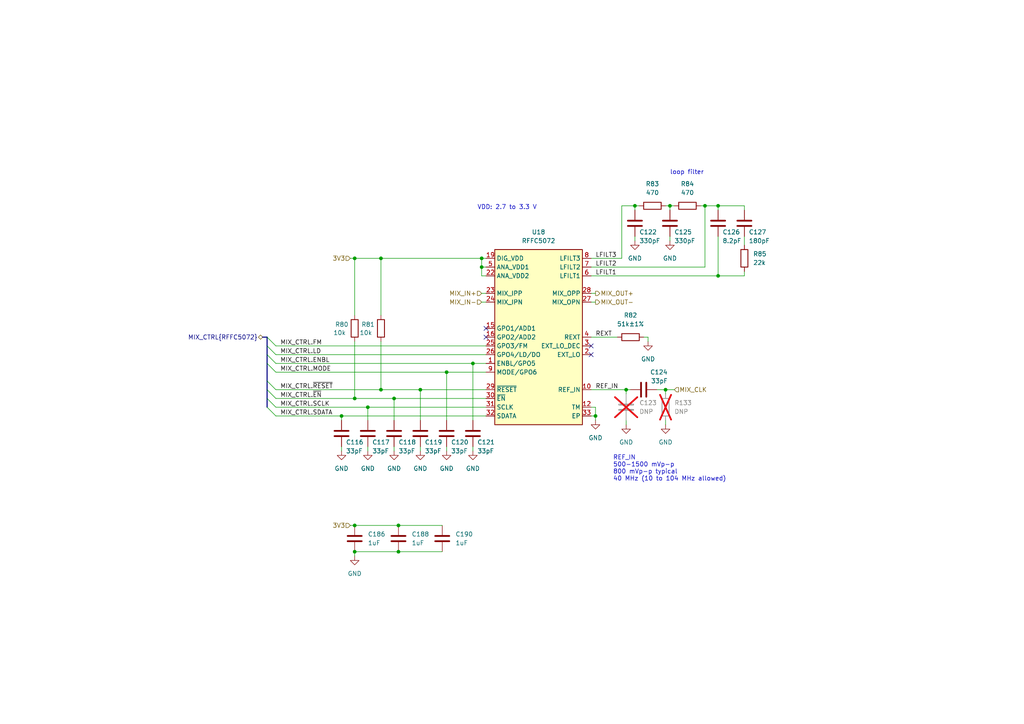
<source format=kicad_sch>
(kicad_sch (version 20230121) (generator eeschema)
  (paper "A4")
  (title_block (title "${TITLE}") (date "${DATE}") (rev "${VERSION}") (company "${COPYRIGHT}") (comment 1 "${LICENSE}"))
  (lib_symbols
    (symbol "Device:C" (pin_numbers hide) (pin_names (offset 0.254))
      (property "Reference" "C" (at 0.635 2.54 0))
      (property "Value" "C" (at 0.635 -2.54 0))
      (symbol "C_0_1"
        (polyline (pts (xy -2.032 -0.762) (xy 2.032 -0.762)) (stroke (width 0.508)))
        (polyline (pts (xy -2.032 0.762) (xy 2.032 0.762)) (stroke (width 0.508)))
      )
      (symbol "C_1_1"
        (pin passive line (at 0 3.81 270) (length 2.794) (name "~") (number "1"))
        (pin passive line (at 0 -3.81 90) (length 2.794) (name "~") (number "2"))
      )
    )
    (symbol "Device:R" (pin_numbers hide) (pin_names (offset 0))
      (property "Reference" "R" (at 2.032 0 90))
      (property "Value" "R" (at 0 0 90))
      (symbol "R_0_1"
        (rectangle (start -1.016 -2.54) (end 1.016 2.54) (stroke (width 0.254)))
      )
      (symbol "R_1_1"
        (pin passive line (at 0 3.81 270) (length 1.27) (name "~") (number "1"))
        (pin passive line (at 0 -3.81 90) (length 1.27) (name "~") (number "2"))
      )
    )
    (symbol "power:GND" (power) (pin_names (offset 0))
      (property "Value" "GND" (at 0 -3.81 0))
      (symbol "GND_0_1"
        (polyline (pts (xy 0 0) (xy 0 -1.27) (xy 1.27 -1.27) (xy 0 -2.54) (xy -1.27 -1.27) (xy 0 -1.27)))
      )
      (symbol "GND_1_1"
        (pin power_in line (at 0 0 270) (length 0) hide (name "GND") (number "1"))
      )
    )
    (symbol "radio:RFFC5072"
      (property "Reference" "U" (at 0 29.21 0))
      (property "Value" "RFFC5072" (at 0 26.67 0))
      (symbol "RFFC5072_0_0"
        (pin bidirectional line (at -15.24 -7.62 0) (length 2.54) (name "ENBL/GPO5") (number "1"))
        (pin input line (at 15.24 -15.24 180) (length 2.54) (name "REF_IN") (number "10"))
        (pin input line (at 15.24 -20.32 180) (length 2.54) (name "TM") (number "12"))
        (pin bidirectional line (at -15.24 2.54 0) (length 2.54) (name "GPO1/ADD1") (number "15"))
        (pin bidirectional line (at -15.24 0 0) (length 2.54) (name "GPO2/ADD2") (number "16"))
        (pin power_in line (at -15.24 22.86 0) (length 2.54) (name "DIG_VDD") (number "19"))
        (pin input line (at 15.24 -5.08 180) (length 2.54) (name "EXT_LO") (number "2"))
        (pin power_in line (at -15.24 17.78 0) (length 2.54) (name "ANA_VDD2") (number "22"))
        (pin input line (at -15.24 12.7 0) (length 2.54) (name "MIX_IPP") (number "23"))
        (pin input line (at -15.24 10.16 0) (length 2.54) (name "MIX_IPN") (number "24"))
        (pin bidirectional line (at -15.24 -2.54 0) (length 2.54) (name "GPO3/FM") (number "25"))
        (pin power_out line (at -15.24 -5.08 0) (length 2.54) (name "GPO4/LD/DO") (number "26"))
        (pin output line (at 15.24 10.16 180) (length 2.54) (name "MIX_OPN") (number "27"))
        (pin output line (at 15.24 12.7 180) (length 2.54) (name "MIX_OPP") (number "28"))
        (pin passive line (at 15.24 -2.54 180) (length 2.54) (name "EXT_LO_DEC") (number "3"))
        (pin input line (at -15.24 -20.32 0) (length 2.54) (name "SCLK") (number "31"))
        (pin input line (at -15.24 -22.86 0) (length 2.54) (name "SDATA") (number "32"))
        (pin power_in line (at 15.24 -22.86 180) (length 2.54) (name "EP") (number "33"))
        (pin passive line (at 15.24 0 180) (length 2.54) (name "REXT") (number "4"))
        (pin power_in line (at -15.24 20.32 0) (length 2.54) (name "ANA_VDD1") (number "5"))
        (pin output line (at 15.24 17.78 180) (length 2.54) (name "LFILT1") (number "6"))
        (pin output line (at 15.24 20.32 180) (length 2.54) (name "LFILT2") (number "7"))
        (pin input line (at 15.24 22.86 180) (length 2.54) (name "LFILT3") (number "8"))
      )
      (symbol "RFFC5072_1_0"
        (pin no_connect line (at 12.7 -12.7 180) (length 2.54) hide (name "NC") (number "11"))
        (pin no_connect line (at -12.7 7.62 0) (length 2.54) hide (name "NC") (number "13"))
        (pin no_connect line (at -12.7 5.08 0) (length 2.54) hide (name "NC") (number "14"))
        (pin no_connect line (at 12.7 5.08 180) (length 2.54) hide (name "NC") (number "17"))
        (pin no_connect line (at 12.7 7.62 180) (length 2.54) hide (name "NC") (number "18"))
        (pin no_connect line (at 12.7 -10.16 180) (length 2.54) hide (name "NC") (number "20"))
        (pin no_connect line (at 12.7 -7.62 180) (length 2.54) hide (name "NC") (number "21"))
        (pin input line (at -15.24 -15.24 0) (length 2.54) (name "~{RESET}") (number "29"))
        (pin input line (at -15.24 -17.78 0) (length 2.54) (name "~{EN}") (number "30"))
        (pin bidirectional line (at -15.24 -10.16 0) (length 2.54) (name "MODE/GPO6") (number "9"))
      )
      (symbol "RFFC5072_1_1"
        (rectangle (start -12.7 25.4) (end 12.7 -25.4) (stroke (width 0.254)) (fill (type background)))
      )
    )
  )
  (junction (at 194.31 59.69))
  (junction (at 115.57 152.4))
  (junction (at 208.28 59.69))
  (junction (at 110.49 113.03))
  (junction (at 102.87 160.02))
  (junction (at 102.87 152.4))
  (junction (at 121.92 113.03))
  (junction (at 110.49 74.93))
  (junction (at 102.87 115.57))
  (junction (at 208.28 80.01))
  (junction (at 115.57 160.02))
  (junction (at 102.87 74.93))
  (junction (at 184.15 59.69))
  (junction (at 137.16 105.41))
  (junction (at 106.68 118.11))
  (junction (at 99.06 120.65))
  (junction (at 193.04 113.03))
  (junction (at 139.7 77.47))
  (junction (at 204.47 59.69))
  (junction (at 129.54 107.95))
  (junction (at 181.61 113.03))
  (junction (at 139.7 74.93))
  (junction (at 172.72 120.65))
  (junction (at 114.3 115.57))
  (no_connect (at 171.45 100.33))
  (no_connect (at 140.97 97.79))
  (no_connect (at 140.97 95.25))
  (no_connect (at 171.45 102.87))
  (bus_entry (at 77.47 118.11) (size 2.54 2.54))
  (bus_entry (at 77.47 102.87) (size 2.54 2.54))
  (bus_entry (at 77.47 100.33) (size 2.54 2.54))
  (bus_entry (at 77.47 97.79) (size 2.54 2.54))
  (bus_entry (at 77.47 105.41) (size 2.54 2.54))
  (bus_entry (at 77.47 110.49) (size 2.54 2.54))
  (bus_entry (at 77.47 115.57) (size 2.54 2.54))
  (bus_entry (at 77.47 113.03) (size 2.54 2.54))
  (wire (pts (xy 102.87 160.02) (xy 115.57 160.02)))
  (wire (pts (xy 137.16 105.41) (xy 140.97 105.41)))
  (wire (pts (xy 171.45 85.09) (xy 172.72 85.09)))
  (wire (pts (xy 99.06 129.54) (xy 99.06 130.81)))
  (wire (pts (xy 80.01 115.57) (xy 102.87 115.57)))
  (wire (pts (xy 171.45 113.03) (xy 181.61 113.03)))
  (wire (pts (xy 102.87 74.93) (xy 110.49 74.93)))
  (wire (pts (xy 101.6 74.93) (xy 102.87 74.93)))
  (wire (pts (xy 137.16 129.54) (xy 137.16 130.81)))
  (wire (pts (xy 115.57 160.02) (xy 128.27 160.02)))
  (wire (pts (xy 129.54 107.95) (xy 140.97 107.95)))
  (wire (pts (xy 172.72 118.11) (xy 172.72 120.65)))
  (wire (pts (xy 106.68 118.11) (xy 140.97 118.11)))
  (wire (pts (xy 208.28 59.69) (xy 208.28 60.96)))
  (wire (pts (xy 106.68 118.11) (xy 106.68 121.92)))
  (wire (pts (xy 193.04 113.03) (xy 193.04 114.3)))
  (wire (pts (xy 80.01 105.41) (xy 137.16 105.41)))
  (wire (pts (xy 80.01 120.65) (xy 99.06 120.65)))
  (bus (pts (xy 77.47 115.57) (xy 77.47 113.03)))
  (bus (pts (xy 77.47 118.11) (xy 77.47 115.57)))
  (wire (pts (xy 181.61 121.92) (xy 181.61 123.19)))
  (wire (pts (xy 186.69 97.79) (xy 187.96 97.79)))
  (wire (pts (xy 101.6 152.4) (xy 102.87 152.4)))
  (wire (pts (xy 106.68 129.54) (xy 106.68 130.81)))
  (wire (pts (xy 114.3 115.57) (xy 114.3 121.92)))
  (wire (pts (xy 80.01 113.03) (xy 110.49 113.03)))
  (wire (pts (xy 171.45 77.47) (xy 204.47 77.47)))
  (wire (pts (xy 194.31 59.69) (xy 195.58 59.69)))
  (wire (pts (xy 193.04 113.03) (xy 195.58 113.03)))
  (wire (pts (xy 80.01 107.95) (xy 129.54 107.95)))
  (wire (pts (xy 99.06 120.65) (xy 140.97 120.65)))
  (wire (pts (xy 215.9 60.96) (xy 215.9 59.69)))
  (wire (pts (xy 171.45 97.79) (xy 179.07 97.79)))
  (wire (pts (xy 187.96 97.79) (xy 187.96 99.06)))
  (wire (pts (xy 180.34 74.93) (xy 171.45 74.93)))
  (wire (pts (xy 114.3 115.57) (xy 140.97 115.57)))
  (wire (pts (xy 204.47 59.69) (xy 208.28 59.69)))
  (wire (pts (xy 139.7 74.93) (xy 140.97 74.93)))
  (wire (pts (xy 171.45 118.11) (xy 172.72 118.11)))
  (wire (pts (xy 172.72 120.65) (xy 172.72 121.92)))
  (wire (pts (xy 110.49 74.93) (xy 139.7 74.93)))
  (wire (pts (xy 102.87 152.4) (xy 115.57 152.4)))
  (wire (pts (xy 129.54 107.95) (xy 129.54 121.92)))
  (wire (pts (xy 139.7 77.47) (xy 140.97 77.47)))
  (wire (pts (xy 137.16 105.41) (xy 137.16 121.92)))
  (wire (pts (xy 208.28 68.58) (xy 208.28 80.01)))
  (wire (pts (xy 110.49 99.06) (xy 110.49 113.03)))
  (wire (pts (xy 114.3 129.54) (xy 114.3 130.81)))
  (wire (pts (xy 139.7 77.47) (xy 139.7 80.01)))
  (wire (pts (xy 129.54 129.54) (xy 129.54 130.81)))
  (wire (pts (xy 193.04 121.92) (xy 193.04 123.19)))
  (wire (pts (xy 139.7 74.93) (xy 139.7 77.47)))
  (wire (pts (xy 102.87 160.02) (xy 102.87 161.29)))
  (wire (pts (xy 215.9 68.58) (xy 215.9 71.12)))
  (wire (pts (xy 121.92 129.54) (xy 121.92 130.81)))
  (wire (pts (xy 194.31 59.69) (xy 194.31 60.96)))
  (wire (pts (xy 193.04 59.69) (xy 194.31 59.69)))
  (wire (pts (xy 180.34 59.69) (xy 180.34 74.93)))
  (wire (pts (xy 80.01 100.33) (xy 140.97 100.33)))
  (wire (pts (xy 110.49 113.03) (xy 121.92 113.03)))
  (wire (pts (xy 121.92 113.03) (xy 140.97 113.03)))
  (wire (pts (xy 80.01 102.87) (xy 140.97 102.87)))
  (wire (pts (xy 102.87 115.57) (xy 114.3 115.57)))
  (wire (pts (xy 139.7 85.09) (xy 140.97 85.09)))
  (wire (pts (xy 110.49 74.93) (xy 110.49 91.44)))
  (wire (pts (xy 194.31 68.58) (xy 194.31 69.85)))
  (bus (pts (xy 77.47 113.03) (xy 77.47 110.49)))
  (wire (pts (xy 215.9 59.69) (xy 208.28 59.69)))
  (wire (pts (xy 102.87 99.06) (xy 102.87 115.57)))
  (wire (pts (xy 139.7 87.63) (xy 140.97 87.63)))
  (wire (pts (xy 184.15 68.58) (xy 184.15 69.85)))
  (bus (pts (xy 77.47 110.49) (xy 77.47 105.41)))
  (wire (pts (xy 185.42 59.69) (xy 184.15 59.69)))
  (wire (pts (xy 204.47 59.69) (xy 203.2 59.69)))
  (wire (pts (xy 181.61 114.3) (xy 181.61 113.03)))
  (wire (pts (xy 102.87 74.93) (xy 102.87 91.44)))
  (wire (pts (xy 190.5 113.03) (xy 193.04 113.03)))
  (wire (pts (xy 181.61 113.03) (xy 182.88 113.03)))
  (bus (pts (xy 77.47 102.87) (xy 77.47 100.33)))
  (bus (pts (xy 77.47 100.33) (xy 77.47 97.79)))
  (wire (pts (xy 208.28 80.01) (xy 215.9 80.01)))
  (wire (pts (xy 171.45 120.65) (xy 172.72 120.65)))
  (wire (pts (xy 139.7 80.01) (xy 140.97 80.01)))
  (wire (pts (xy 99.06 120.65) (xy 99.06 121.92)))
  (wire (pts (xy 184.15 59.69) (xy 180.34 59.69)))
  (wire (pts (xy 208.28 80.01) (xy 171.45 80.01)))
  (wire (pts (xy 184.15 59.69) (xy 184.15 60.96)))
  (wire (pts (xy 204.47 77.47) (xy 204.47 59.69)))
  (wire (pts (xy 80.01 118.11) (xy 106.68 118.11)))
  (bus (pts (xy 76.2 97.79) (xy 77.47 97.79)))
  (wire (pts (xy 115.57 152.4) (xy 128.27 152.4)))
  (wire (pts (xy 121.92 113.03) (xy 121.92 121.92)))
  (bus (pts (xy 77.47 105.41) (xy 77.47 102.87)))
  (wire (pts (xy 171.45 87.63) (xy 172.72 87.63)))
  (wire (pts (xy 215.9 80.01) (xy 215.9 78.74)))
  (text "loop filter" (at 194.31 50.8 0) (effects (font (size 1.27 1.27)) (justify left bottom)))
  (text "REF_IN\n500-1500 mVp-p\n800 mVp-p typical\n40 MHz (10 to 104 MHz allowed)" (at 177.8 139.7 0) (effects (font (size 1.27 1.27)) (justify left bottom)))
  (text "VDD: 2.7 to 3.3 V" (at 138.43 60.96 0) (effects (font (size 1.27 1.27)) (justify left bottom)))
  (label "MIX_CTRL.FM" (at 81.28 100.33 0))
  (label "MIX_CTRL.ENBL" (at 81.28 105.41 0))
  (label "MIX_CTRL.~{RESET}" (at 81.28 113.03 0))
  (label "MIX_CTRL.~{EN}" (at 81.28 115.57 0))
  (label "REXT" (at 172.72 97.79 0))
  (label "REF_IN" (at 172.72 113.03 0))
  (label "MIX_CTRL.SCLK" (at 81.28 118.11 0))
  (label "LFILT2" (at 172.72 77.47 0))
  (label "MIX_CTRL.LD" (at 81.28 102.87 0))
  (label "MIX_CTRL.MODE" (at 81.28 107.95 0))
  (label "MIX_CTRL.SDATA" (at 81.28 120.65 0))
  (label "LFILT3" (at 172.72 74.93 0))
  (label "LFILT1" (at 172.72 80.01 0))
  (hierarchical_label "3V3" (shape input) (at 101.6 152.4 180))
  (hierarchical_label "3V3" (shape input) (at 101.6 74.93 180))
  (hierarchical_label "MIX_OUT+" (shape output) (at 172.72 85.09 0))
  (hierarchical_label "MIX_IN-" (shape input) (at 139.7 87.63 180))
  (hierarchical_label "MIX_IN+" (shape input) (at 139.7 85.09 180))
  (hierarchical_label "MIX_CTRL{RFFC5072}" (shape bidirectional) (at 76.2 97.79 180))
  (hierarchical_label "MIX_OUT-" (shape output) (at 172.72 87.63 0))
  (hierarchical_label "MIX_CLK" (shape input) (at 195.58 113.03 0))
  (symbol (lib_id "power:GND") (at 129.54 130.81 0) (unit 1)
    (property "Reference" "#PWR0234" (effects hide))
    (property "Value" "GND" (at 129.54 135.89 0))
    (instances (project "mainboard" (path "" (reference "#PWR0234") (unit 1)) (path "" (reference "#PWR0255") (unit 1))))
  )
  (symbol (lib_id "Device:C") (at 102.87 156.21 180) (unit 1)
    (property "Reference" "C186" (at 106.68 154.94 0) (effects (justify right)))
    (property "Value" "1uF" (at 106.68 157.48 0) (effects (justify right)))
    (property "Footprint" "Capacitor_SMD:C_0201_0603Metric" (effects hide))
    (property "Description" "CAP CER 1UF 10V X5R 0201" (effects hide))
    (property "Manufacturer" "Murata" (effects hide))
    (property "Part Number" "GRM033R61A105ME44D" (effects hide))
    (property "Substitution" "GRM033R61A105ME44*, GRM033R61C105ME15*, Samsung CL03A105MO3NRN*" (effects hide))
    (instances (project "mainboard" (path "" (reference "C186") (unit 1)) (path "" (reference "C187") (unit 1))))
  )
  (symbol (lib_id "power:GND") (at 194.31 69.85 0) (unit 1)
    (property "Reference" "#PWR0241" (effects hide))
    (property "Value" "GND" (at 194.31 74.93 0))
    (instances (project "mainboard" (path "" (reference "#PWR0241") (unit 1)) (path "" (reference "#PWR0262") (unit 1))))
  )
  (symbol (lib_id "Device:R") (at 110.49 95.25 0) (mirror y) (unit 1)
    (property "Reference" "R81" (at 108.712 94.107 0) (effects (justify left)))
    (property "Value" "10k" (at 107.95 96.52 0) (effects (justify left)))
    (property "Footprint" "Resistor_SMD:R_0402_1005Metric" (effects hide))
    (property "Part Number" "RC0402JR-0710KL" (effects hide))
    (property "Substitution" "any equivalent" (effects hide))
    (property "Description" "RES 10K OHM 5% 1/16W 0402" (effects hide))
    (property "Manufacturer" "Yageo" (effects hide))
    (instances (project "mainboard" (path "" (reference "R81") (unit 1)) (path "" (reference "R87") (unit 1))))
  )
  (symbol (lib_id "power:GND") (at 114.3 130.81 0) (unit 1)
    (property "Reference" "#PWR0232" (effects hide))
    (property "Value" "GND" (at 114.3 135.89 0))
    (instances (project "mainboard" (path "" (reference "#PWR0232") (unit 1)) (path "" (reference "#PWR0253") (unit 1))))
  )
  (symbol (lib_id "power:GND") (at 102.87 161.29 0) (unit 1)
    (property "Reference" "#PWR0130" (effects hide))
    (property "Value" "GND" (at 102.87 166.37 0))
    (instances (project "mainboard" (path "" (reference "#PWR0130") (unit 1)) (path "" (reference "#PWR0131") (unit 1))))
  )
  (symbol (lib_id "Device:C") (at 215.9 64.77 0) (unit 1)
    (property "Reference" "C127" (at 217.17 67.31 0) (effects (justify left)))
    (property "Value" "180pF" (at 217.17 69.85 0) (effects (justify left)))
    (property "Footprint" "Capacitor_SMD:C_0201_0603Metric" (effects hide))
    (property "Description" "CAP CER 180PF 50V C0G/NP0 0201" (effects hide))
    (property "Manufacturer" "Murata" (effects hide))
    (property "Part Number" "GRM0335C1H181JA01D" (effects hide))
    (property "Substitution" "GRM0335C1H181JA01*" (effects hide))
    (instances (project "mainboard" (path "" (reference "C127") (unit 1)) (path "" (reference "C147") (unit 1))))
  )
  (symbol (lib_id "power:GND") (at 184.15 69.85 0) (unit 1)
    (property "Reference" "#PWR0239" (effects hide))
    (property "Value" "GND" (at 184.15 74.93 0))
    (instances (project "mainboard" (path "" (reference "#PWR0239") (unit 1)) (path "" (reference "#PWR0260") (unit 1))))
  )
  (symbol (lib_id "Device:C") (at 186.69 113.03 90) (unit 1)
    (property "Reference" "C124" (at 193.675 107.95 90) (effects (justify left)))
    (property "Value" "33pF" (at 193.675 110.49 90) (effects (justify left)))
    (property "Footprint" "Capacitor_SMD:C_0201_0603Metric" (effects hide))
    (property "Description" "CAP CER 33PF 25V C0G/NP0 0201" (effects hide))
    (property "Manufacturer" "Samsung" (effects hide))
    (property "Part Number" "CL03C330JA3NNNC" (effects hide))
    (instances (project "mainboard" (path "" (reference "C124") (unit 1)) (path "" (reference "C144") (unit 1))))
  )
  (symbol (lib_id "power:GND") (at 193.04 123.19 0) (unit 1)
    (property "Reference" "#PWR0342" (effects hide))
    (property "Value" "GND" (at 193.04 128.27 0))
    (instances (project "mainboard" (path "" (reference "#PWR0342") (unit 1)) (path "" (reference "#PWR0343") (unit 1))))
  )
  (symbol (lib_id "Device:C") (at 137.16 125.73 0) (unit 1)
    (property "Reference" "C121" (at 138.43 128.27 0) (effects (justify left)))
    (property "Value" "33pF" (at 138.43 130.81 0) (effects (justify left)))
    (property "Footprint" "Capacitor_SMD:C_0201_0603Metric" (effects hide))
    (property "Description" "CAP CER 33PF 25V C0G/NP0 0201" (effects hide))
    (property "Manufacturer" "Samsung" (effects hide))
    (property "Part Number" "CL03C330JA3NNNC" (effects hide))
    (instances (project "mainboard" (path "" (reference "C121") (unit 1)) (path "" (reference "C141") (unit 1))))
  )
  (symbol (lib_id "power:GND") (at 181.61 123.19 0) (unit 1)
    (property "Reference" "#PWR0240" (effects hide))
    (property "Value" "GND" (at 181.61 128.27 0))
    (instances (project "mainboard" (path "" (reference "#PWR0240") (unit 1)) (path "" (reference "#PWR0259") (unit 1))))
  )
  (symbol (lib_id "Device:C") (at 114.3 125.73 0) (unit 1)
    (property "Reference" "C118" (at 115.57 128.27 0) (effects (justify left)))
    (property "Value" "33pF" (at 115.57 130.81 0) (effects (justify left)))
    (property "Footprint" "Capacitor_SMD:C_0201_0603Metric" (effects hide))
    (property "Description" "CAP CER 33PF 25V C0G/NP0 0201" (effects hide))
    (property "Manufacturer" "Samsung" (effects hide))
    (property "Part Number" "CL03C330JA3NNNC" (effects hide))
    (instances (project "mainboard" (path "" (reference "C118") (unit 1)) (path "" (reference "C138") (unit 1))))
  )
  (symbol (lib_id "Device:C") (at 184.15 64.77 0) (unit 1)
    (property "Reference" "C122" (at 185.42 67.31 0) (effects (justify left)))
    (property "Value" "330pF" (at 185.42 69.85 0) (effects (justify left)))
    (property "Footprint" "Capacitor_SMD:C_0201_0603Metric" (effects hide))
    (property "Part Number" "GRM0335C1E331JA01D" (effects hide))
    (property "Substitution" "GRM0335C1E331JA01*" (effects hide))
    (property "Description" "CAP CER 330PF 25V C0G/NP0 0201" (effects hide))
    (property "Manufacturer" "Murata" (effects hide))
    (instances (project "mainboard" (path "" (reference "C122") (unit 1)) (path "" (reference "C143") (unit 1))))
  )
  (symbol (lib_id "Device:C") (at 208.28 64.77 0) (unit 1)
    (property "Reference" "C126" (at 209.55 67.31 0) (effects (justify left)))
    (property "Value" "8.2pF" (at 209.55 69.85 0) (effects (justify left)))
    (property "Footprint" "Capacitor_SMD:C_0201_0603Metric" (effects hide))
    (property "Description" "CAP CER 8.2PF 50V C0G/NP0 0201" (effects hide))
    (property "Manufacturer" "Murata" (effects hide))
    (property "Part Number" "GRM0335C1H8R2BA01D" (effects hide))
    (property "Substitution" "GRM0335C1H8R2BA01*" (effects hide))
    (instances (project "mainboard" (path "" (reference "C126") (unit 1)) (path "" (reference "C146") (unit 1))))
  )
  (symbol (lib_id "Device:R") (at 182.88 97.79 90) (unit 1)
    (property "Reference" "R82" (at 182.88 91.44 90))
    (property "Value" "51k±1%" (at 182.88 93.98 90))
    (property "Footprint" "Resistor_SMD:R_0201_0603Metric" (effects hide))
    (property "Description" "RES 51K OHM 1% 1/20W 0201" (effects hide))
    (property "Manufacturer" "Yageo" (effects hide))
    (property "Part Number" "RC0201FR-0751KL" (effects hide))
    (property "Substitution" "any equivalent" (effects hide))
    (instances (project "mainboard" (path "" (reference "R82") (unit 1)) (path "" (reference "R88") (unit 1))))
  )
  (symbol (lib_id "Device:C") (at 115.57 156.21 180) (unit 1)
    (property "Reference" "C188" (at 119.38 154.94 0) (effects (justify right)))
    (property "Value" "1uF" (at 119.38 157.48 0) (effects (justify right)))
    (property "Footprint" "Capacitor_SMD:C_0201_0603Metric" (effects hide))
    (property "Description" "CAP CER 1UF 10V X5R 0201" (effects hide))
    (property "Manufacturer" "Murata" (effects hide))
    (property "Part Number" "GRM033R61A105ME44D" (effects hide))
    (property "Substitution" "GRM033R61A105ME44*, GRM033R61C105ME15*, Samsung CL03A105MO3NRN*" (effects hide))
    (instances (project "mainboard" (path "" (reference "C188") (unit 1)) (path "" (reference "C189") (unit 1))))
  )
  (symbol (lib_id "Device:R") (at 102.87 95.25 0) (mirror y) (unit 1)
    (property "Reference" "R80" (at 101.092 94.107 0) (effects (justify left)))
    (property "Value" "10k" (at 100.33 96.52 0) (effects (justify left)))
    (property "Footprint" "Resistor_SMD:R_0402_1005Metric" (effects hide))
    (property "Part Number" "RC0402JR-0710KL" (effects hide))
    (property "Substitution" "any equivalent" (effects hide))
    (property "Description" "RES 10K OHM 5% 1/16W 0402" (effects hide))
    (property "Manufacturer" "Yageo" (effects hide))
    (instances (project "mainboard" (path "" (reference "R80") (unit 1)) (path "" (reference "R86") (unit 1))))
  )
  (symbol (lib_id "Device:R") (at 193.04 118.11 0) (unit 1) (dnp yes)
    (property "Reference" "R133" (at 195.58 116.84 0) (effects (justify left)))
    (property "Value" "DNP" (at 195.58 119.38 0) (effects (justify left)))
    (property "Footprint" "Resistor_SMD:R_0402_1005Metric" (effects hide))
    (instances (project "mainboard" (path "" (reference "R133") (unit 1)) (path "" (reference "R134") (unit 1))))
  )
  (symbol (lib_id "radio:RFFC5072") (at 156.21 97.79 0) (unit 1)
    (property "Reference" "U18" (at 156.21 67.31 0))
    (property "Value" "RFFC5072" (at 156.21 69.85 0))
    (property "Footprint" "Package_DFN_QFN:QFN-32-1EP_5x5mm_P0.5mm_EP3.7x3.7mm_ThermalVias" (effects hide))
    (property "Datasheet" "https://www.qorvo.com/products/d/da000735" (effects hide))
    (property "Manufacturer" "Qorvo" (effects hide))
    (property "Description" "WIDEBAND SYNTHESIZER/VCO WITH INTEGRATED 6GHz MIXER" (effects hide))
    (property "Part Number" "RFFC5072TR13" (effects hide))
    (property "Substitution" "RFFC5072*" (effects hide))
    (instances (project "mainboard" (path "" (reference "U18") (unit 1)) (path "" (reference "U13") (unit 1))))
  )
  (symbol (lib_id "power:GND") (at 99.06 130.81 0) (unit 1)
    (property "Reference" "#PWR0228" (effects hide))
    (property "Value" "GND" (at 99.06 135.89 0))
    (instances (project "mainboard" (path "" (reference "#PWR0228") (unit 1)) (path "" (reference "#PWR0249") (unit 1))))
  )
  (symbol (lib_id "power:GND") (at 121.92 130.81 0) (unit 1)
    (property "Reference" "#PWR0233" (effects hide))
    (property "Value" "GND" (at 121.92 135.89 0))
    (instances (project "mainboard" (path "" (reference "#PWR0233") (unit 1)) (path "" (reference "#PWR0254") (unit 1))))
  )
  (symbol (lib_id "Device:C") (at 99.06 125.73 0) (unit 1)
    (property "Reference" "C116" (at 100.33 128.27 0) (effects (justify left)))
    (property "Value" "33pF" (at 100.33 130.81 0) (effects (justify left)))
    (property "Footprint" "Capacitor_SMD:C_0201_0603Metric" (effects hide))
    (property "Description" "CAP CER 33PF 25V C0G/NP0 0201" (effects hide))
    (property "Manufacturer" "Samsung" (effects hide))
    (property "Part Number" "CL03C330JA3NNNC" (effects hide))
    (instances (project "mainboard" (path "" (reference "C116") (unit 1)) (path "" (reference "C136") (unit 1))))
  )
  (symbol (lib_id "Device:R") (at 189.23 59.69 90) (unit 1)
    (property "Reference" "R83" (at 189.23 53.34 90))
    (property "Value" "470" (at 189.23 55.88 90))
    (property "Footprint" "Resistor_SMD:R_0201_0603Metric" (effects hide))
    (property "Description" "RES 470 OHM 5% 1/20W 0201" (effects hide))
    (property "Manufacturer" "Yageo" (effects hide))
    (property "Part Number" "RC0201JR-07470RL" (effects hide))
    (property "Substitution" "any equivalent" (effects hide))
    (instances (project "mainboard" (path "" (reference "R83") (unit 1)) (path "" (reference "R89") (unit 1))))
  )
  (symbol (lib_id "power:GND") (at 106.68 130.81 0) (unit 1)
    (property "Reference" "#PWR0230" (effects hide))
    (property "Value" "GND" (at 106.68 135.89 0))
    (instances (project "mainboard" (path "" (reference "#PWR0230") (unit 1)) (path "" (reference "#PWR0251") (unit 1))))
  )
  (symbol (lib_id "Device:C") (at 129.54 125.73 0) (unit 1)
    (property "Reference" "C120" (at 130.81 128.27 0) (effects (justify left)))
    (property "Value" "33pF" (at 130.81 130.81 0) (effects (justify left)))
    (property "Footprint" "Capacitor_SMD:C_0201_0603Metric" (effects hide))
    (property "Description" "CAP CER 33PF 25V C0G/NP0 0201" (effects hide))
    (property "Manufacturer" "Samsung" (effects hide))
    (property "Part Number" "CL03C330JA3NNNC" (effects hide))
    (instances (project "mainboard" (path "" (reference "C120") (unit 1)) (path "" (reference "C140") (unit 1))))
  )
  (symbol (lib_id "Device:C") (at 121.92 125.73 0) (unit 1)
    (property "Reference" "C119" (at 123.19 128.27 0) (effects (justify left)))
    (property "Value" "33pF" (at 123.19 130.81 0) (effects (justify left)))
    (property "Footprint" "Capacitor_SMD:C_0201_0603Metric" (effects hide))
    (property "Description" "CAP CER 33PF 25V C0G/NP0 0201" (effects hide))
    (property "Manufacturer" "Samsung" (effects hide))
    (property "Part Number" "CL03C330JA3NNNC" (effects hide))
    (instances (project "mainboard" (path "" (reference "C119") (unit 1)) (path "" (reference "C139") (unit 1))))
  )
  (symbol (lib_id "power:GND") (at 137.16 130.81 0) (unit 1)
    (property "Reference" "#PWR0235" (effects hide))
    (property "Value" "GND" (at 137.16 135.89 0))
    (instances (project "mainboard" (path "" (reference "#PWR0235") (unit 1)) (path "" (reference "#PWR0256") (unit 1))))
  )
  (symbol (lib_id "Device:C") (at 106.68 125.73 0) (unit 1)
    (property "Reference" "C117" (at 107.95 128.27 0) (effects (justify left)))
    (property "Value" "33pF" (at 107.95 130.81 0) (effects (justify left)))
    (property "Footprint" "Capacitor_SMD:C_0201_0603Metric" (effects hide))
    (property "Description" "CAP CER 33PF 25V C0G/NP0 0201" (effects hide))
    (property "Manufacturer" "Samsung" (effects hide))
    (property "Part Number" "CL03C330JA3NNNC" (effects hide))
    (instances (project "mainboard" (path "" (reference "C117") (unit 1)) (path "" (reference "C137") (unit 1))))
  )
  (symbol (lib_id "Device:C") (at 194.31 64.77 0) (unit 1)
    (property "Reference" "C125" (at 195.58 67.31 0) (effects (justify left)))
    (property "Value" "330pF" (at 195.58 69.85 0) (effects (justify left)))
    (property "Footprint" "Capacitor_SMD:C_0201_0603Metric" (effects hide))
    (property "Part Number" "GRM0335C1E331JA01D" (effects hide))
    (property "Substitution" "GRM0335C1E331JA01*" (effects hide))
    (property "Description" "CAP CER 330PF 25V C0G/NP0 0201" (effects hide))
    (property "Manufacturer" "Murata" (effects hide))
    (instances (project "mainboard" (path "" (reference "C125") (unit 1)) (path "" (reference "C145") (unit 1))))
  )
  (symbol (lib_id "Device:C") (at 128.27 156.21 180) (unit 1)
    (property "Reference" "C190" (at 132.08 154.94 0) (effects (justify right)))
    (property "Value" "1uF" (at 132.08 157.48 0) (effects (justify right)))
    (property "Footprint" "Capacitor_SMD:C_0201_0603Metric" (effects hide))
    (property "Description" "CAP CER 1UF 10V X5R 0201" (effects hide))
    (property "Manufacturer" "Murata" (effects hide))
    (property "Part Number" "GRM033R61A105ME44D" (effects hide))
    (property "Substitution" "GRM033R61A105ME44*, GRM033R61C105ME15*, Samsung CL03A105MO3NRN*" (effects hide))
    (instances (project "mainboard" (path "" (reference "C190") (unit 1)) (path "" (reference "C191") (unit 1))))
  )
  (symbol (lib_id "Device:R") (at 199.39 59.69 90) (unit 1)
    (property "Reference" "R84" (at 199.39 53.34 90))
    (property "Value" "470" (at 199.39 55.88 90))
    (property "Footprint" "Resistor_SMD:R_0201_0603Metric" (effects hide))
    (property "Description" "RES 470 OHM 5% 1/20W 0201" (effects hide))
    (property "Manufacturer" "Yageo" (effects hide))
    (property "Part Number" "RC0201JR-07470RL" (effects hide))
    (property "Substitution" "any equivalent" (effects hide))
    (instances (project "mainboard" (path "" (reference "R84") (unit 1)) (path "" (reference "R90") (unit 1))))
  )
  (symbol (lib_id "Device:R") (at 215.9 74.93 180) (unit 1)
    (property "Reference" "R85" (at 218.44 73.66 0) (effects (justify right)))
    (property "Value" "22k" (at 218.44 76.2 0) (effects (justify right)))
    (property "Footprint" "Resistor_SMD:R_0201_0603Metric" (effects hide))
    (property "Description" "RES 22K OHM 5% 1/20W 0201" (effects hide))
    (property "Manufacturer" "Yageo" (effects hide))
    (property "Part Number" "RC0201JR-0722KL" (effects hide))
    (property "Substitution" "any equivalent" (effects hide))
    (instances (project "mainboard" (path "" (reference "R85") (unit 1)) (path "" (reference "R91") (unit 1))))
  )
  (symbol (lib_id "Device:C") (at 181.61 118.11 0) (unit 1) (dnp yes)
    (property "Reference" "C123" (at 185.42 116.84 0) (effects (justify left)))
    (property "Value" "DNP" (at 185.42 119.38 0) (effects (justify left)))
    (property "Footprint" "Capacitor_SMD:C_0201_0603Metric" (effects hide))
    (instances (project "mainboard" (path "" (reference "C123") (unit 1)) (path "" (reference "C142") (unit 1))))
  )
  (symbol (lib_id "power:GND") (at 172.72 121.92 0) (unit 1)
    (property "Reference" "#PWR0237" (effects hide))
    (property "Value" "GND" (at 172.72 127 0))
    (instances (project "mainboard" (path "" (reference "#PWR0237") (unit 1)) (path "" (reference "#PWR0258") (unit 1))))
  )
  (symbol (lib_id "power:GND") (at 187.96 99.06 0) (unit 1)
    (property "Reference" "#PWR0238" (effects hide))
    (property "Value" "GND" (at 187.96 104.14 0))
    (instances (project "mainboard" (path "" (reference "#PWR0238") (unit 1)) (path "" (reference "#PWR0261") (unit 1))))
  )
)
</source>
